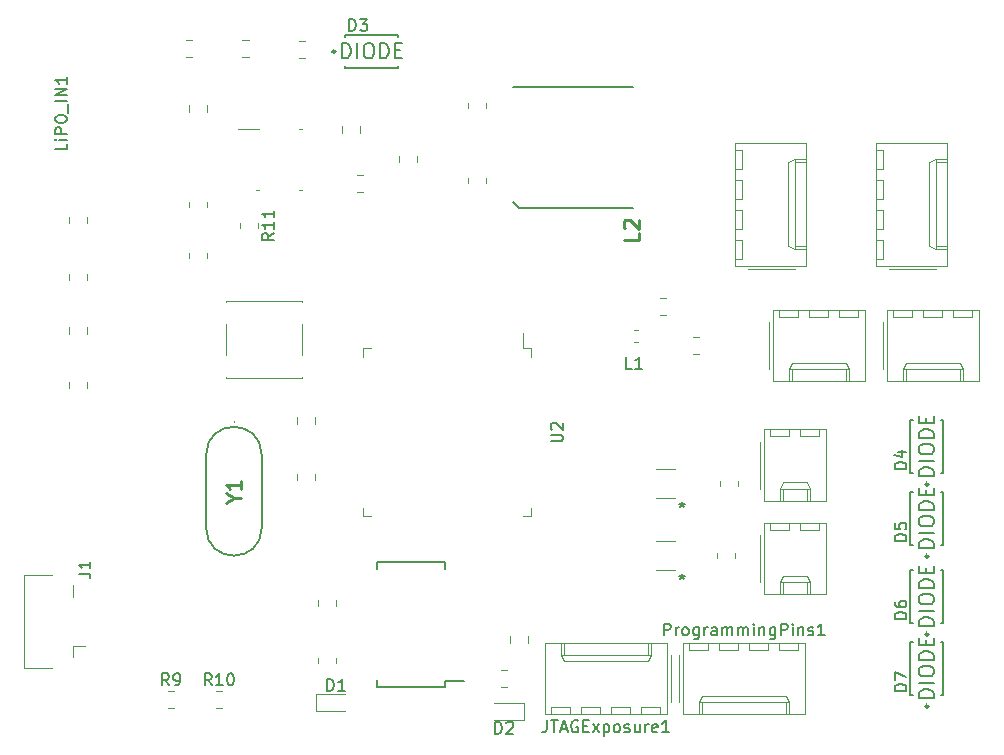
<source format=gbr>
%TF.GenerationSoftware,KiCad,Pcbnew,(6.0.7)*%
%TF.CreationDate,2022-11-16T17:50:00-06:00*%
%TF.ProjectId,ECE445PCBDesign (4),45434534-3435-4504-9342-44657369676e,rev?*%
%TF.SameCoordinates,Original*%
%TF.FileFunction,Legend,Top*%
%TF.FilePolarity,Positive*%
%FSLAX46Y46*%
G04 Gerber Fmt 4.6, Leading zero omitted, Abs format (unit mm)*
G04 Created by KiCad (PCBNEW (6.0.7)) date 2022-11-16 17:50:00*
%MOMM*%
%LPD*%
G01*
G04 APERTURE LIST*
%ADD10C,0.150000*%
%ADD11C,0.254000*%
%ADD12C,0.120000*%
%ADD13C,0.250000*%
%ADD14C,0.100000*%
%ADD15C,0.127000*%
%ADD16C,0.200000*%
G04 APERTURE END LIST*
D10*
%TO.C,L1*%
X169080066Y-109672380D02*
X168603875Y-109672380D01*
X168603875Y-108672380D01*
X169937209Y-109672380D02*
X169365780Y-109672380D01*
X169651494Y-109672380D02*
X169651494Y-108672380D01*
X169556256Y-108815238D01*
X169461018Y-108910476D01*
X169365780Y-108958095D01*
%TO.C,U2*%
X162218380Y-115823904D02*
X163027904Y-115823904D01*
X163123142Y-115776285D01*
X163170761Y-115728666D01*
X163218380Y-115633428D01*
X163218380Y-115442952D01*
X163170761Y-115347714D01*
X163123142Y-115300095D01*
X163027904Y-115252476D01*
X162218380Y-115252476D01*
X162313619Y-114823904D02*
X162266000Y-114776285D01*
X162218380Y-114681047D01*
X162218380Y-114442952D01*
X162266000Y-114347714D01*
X162313619Y-114300095D01*
X162408857Y-114252476D01*
X162504095Y-114252476D01*
X162646952Y-114300095D01*
X163218380Y-114871523D01*
X163218380Y-114252476D01*
%TO.C,D6*%
X192313380Y-130832904D02*
X191313380Y-130832904D01*
X191313380Y-130594809D01*
X191361000Y-130451952D01*
X191456238Y-130356714D01*
X191551476Y-130309095D01*
X191741952Y-130261476D01*
X191884809Y-130261476D01*
X192075285Y-130309095D01*
X192170523Y-130356714D01*
X192265761Y-130451952D01*
X192313380Y-130594809D01*
X192313380Y-130832904D01*
X191313380Y-129404333D02*
X191313380Y-129594809D01*
X191361000Y-129690047D01*
X191408619Y-129737666D01*
X191551476Y-129832904D01*
X191741952Y-129880523D01*
X192122904Y-129880523D01*
X192218142Y-129832904D01*
X192265761Y-129785285D01*
X192313380Y-129690047D01*
X192313380Y-129499571D01*
X192265761Y-129404333D01*
X192218142Y-129356714D01*
X192122904Y-129309095D01*
X191884809Y-129309095D01*
X191789571Y-129356714D01*
X191741952Y-129404333D01*
X191694333Y-129499571D01*
X191694333Y-129690047D01*
X191741952Y-129785285D01*
X191789571Y-129832904D01*
X191884809Y-129880523D01*
X194630523Y-131428261D02*
X193360523Y-131428261D01*
X193360523Y-131125880D01*
X193421000Y-130944452D01*
X193541952Y-130823500D01*
X193662904Y-130763023D01*
X193904809Y-130702547D01*
X194086238Y-130702547D01*
X194328142Y-130763023D01*
X194449095Y-130823500D01*
X194570047Y-130944452D01*
X194630523Y-131125880D01*
X194630523Y-131428261D01*
X194630523Y-130158261D02*
X193360523Y-130158261D01*
X193360523Y-129311595D02*
X193360523Y-129069690D01*
X193421000Y-128948738D01*
X193541952Y-128827785D01*
X193783857Y-128767309D01*
X194207190Y-128767309D01*
X194449095Y-128827785D01*
X194570047Y-128948738D01*
X194630523Y-129069690D01*
X194630523Y-129311595D01*
X194570047Y-129432547D01*
X194449095Y-129553500D01*
X194207190Y-129613976D01*
X193783857Y-129613976D01*
X193541952Y-129553500D01*
X193421000Y-129432547D01*
X193360523Y-129311595D01*
X194630523Y-128223023D02*
X193360523Y-128223023D01*
X193360523Y-127920642D01*
X193421000Y-127739214D01*
X193541952Y-127618261D01*
X193662904Y-127557785D01*
X193904809Y-127497309D01*
X194086238Y-127497309D01*
X194328142Y-127557785D01*
X194449095Y-127618261D01*
X194570047Y-127739214D01*
X194630523Y-127920642D01*
X194630523Y-128223023D01*
X193965285Y-126953023D02*
X193965285Y-126529690D01*
X194630523Y-126348261D02*
X194630523Y-126953023D01*
X193360523Y-126953023D01*
X193360523Y-126348261D01*
%TO.C,U3*%
X173323250Y-127076980D02*
X173323250Y-127315076D01*
X173085154Y-127219838D02*
X173323250Y-127315076D01*
X173561345Y-127219838D01*
X173180392Y-127505552D02*
X173323250Y-127315076D01*
X173466107Y-127505552D01*
X173323250Y-127076980D02*
X173323250Y-127315076D01*
X173085154Y-127219838D02*
X173323250Y-127315076D01*
X173561345Y-127219838D01*
X173180392Y-127505552D02*
X173323250Y-127315076D01*
X173466107Y-127505552D01*
%TO.C,R9*%
X129881333Y-136470380D02*
X129548000Y-135994190D01*
X129309904Y-136470380D02*
X129309904Y-135470380D01*
X129690857Y-135470380D01*
X129786095Y-135518000D01*
X129833714Y-135565619D01*
X129881333Y-135660857D01*
X129881333Y-135803714D01*
X129833714Y-135898952D01*
X129786095Y-135946571D01*
X129690857Y-135994190D01*
X129309904Y-135994190D01*
X130357523Y-136470380D02*
X130548000Y-136470380D01*
X130643238Y-136422761D01*
X130690857Y-136375142D01*
X130786095Y-136232285D01*
X130833714Y-136041809D01*
X130833714Y-135660857D01*
X130786095Y-135565619D01*
X130738476Y-135518000D01*
X130643238Y-135470380D01*
X130452761Y-135470380D01*
X130357523Y-135518000D01*
X130309904Y-135565619D01*
X130262285Y-135660857D01*
X130262285Y-135898952D01*
X130309904Y-135994190D01*
X130357523Y-136041809D01*
X130452761Y-136089428D01*
X130643238Y-136089428D01*
X130738476Y-136041809D01*
X130786095Y-135994190D01*
X130833714Y-135898952D01*
%TO.C,J1*%
X122233880Y-127007333D02*
X122948166Y-127007333D01*
X123091023Y-127054952D01*
X123186261Y-127150190D01*
X123233880Y-127293047D01*
X123233880Y-127388285D01*
X123233880Y-126007333D02*
X123233880Y-126578761D01*
X123233880Y-126293047D02*
X122233880Y-126293047D01*
X122376738Y-126388285D01*
X122471976Y-126483523D01*
X122519595Y-126578761D01*
%TO.C,D2*%
X157503904Y-140566380D02*
X157503904Y-139566380D01*
X157742000Y-139566380D01*
X157884857Y-139614000D01*
X157980095Y-139709238D01*
X158027714Y-139804476D01*
X158075333Y-139994952D01*
X158075333Y-140137809D01*
X158027714Y-140328285D01*
X157980095Y-140423523D01*
X157884857Y-140518761D01*
X157742000Y-140566380D01*
X157503904Y-140566380D01*
X158456285Y-139661619D02*
X158503904Y-139614000D01*
X158599142Y-139566380D01*
X158837238Y-139566380D01*
X158932476Y-139614000D01*
X158980095Y-139661619D01*
X159027714Y-139756857D01*
X159027714Y-139852095D01*
X158980095Y-139994952D01*
X158408666Y-140566380D01*
X159027714Y-140566380D01*
%TO.C,D5*%
X192313380Y-124228904D02*
X191313380Y-124228904D01*
X191313380Y-123990809D01*
X191361000Y-123847952D01*
X191456238Y-123752714D01*
X191551476Y-123705095D01*
X191741952Y-123657476D01*
X191884809Y-123657476D01*
X192075285Y-123705095D01*
X192170523Y-123752714D01*
X192265761Y-123847952D01*
X192313380Y-123990809D01*
X192313380Y-124228904D01*
X191313380Y-122752714D02*
X191313380Y-123228904D01*
X191789571Y-123276523D01*
X191741952Y-123228904D01*
X191694333Y-123133666D01*
X191694333Y-122895571D01*
X191741952Y-122800333D01*
X191789571Y-122752714D01*
X191884809Y-122705095D01*
X192122904Y-122705095D01*
X192218142Y-122752714D01*
X192265761Y-122800333D01*
X192313380Y-122895571D01*
X192313380Y-123133666D01*
X192265761Y-123228904D01*
X192218142Y-123276523D01*
X194630523Y-124824261D02*
X193360523Y-124824261D01*
X193360523Y-124521880D01*
X193421000Y-124340452D01*
X193541952Y-124219500D01*
X193662904Y-124159023D01*
X193904809Y-124098547D01*
X194086238Y-124098547D01*
X194328142Y-124159023D01*
X194449095Y-124219500D01*
X194570047Y-124340452D01*
X194630523Y-124521880D01*
X194630523Y-124824261D01*
X194630523Y-123554261D02*
X193360523Y-123554261D01*
X193360523Y-122707595D02*
X193360523Y-122465690D01*
X193421000Y-122344738D01*
X193541952Y-122223785D01*
X193783857Y-122163309D01*
X194207190Y-122163309D01*
X194449095Y-122223785D01*
X194570047Y-122344738D01*
X194630523Y-122465690D01*
X194630523Y-122707595D01*
X194570047Y-122828547D01*
X194449095Y-122949500D01*
X194207190Y-123009976D01*
X193783857Y-123009976D01*
X193541952Y-122949500D01*
X193421000Y-122828547D01*
X193360523Y-122707595D01*
X194630523Y-121619023D02*
X193360523Y-121619023D01*
X193360523Y-121316642D01*
X193421000Y-121135214D01*
X193541952Y-121014261D01*
X193662904Y-120953785D01*
X193904809Y-120893309D01*
X194086238Y-120893309D01*
X194328142Y-120953785D01*
X194449095Y-121014261D01*
X194570047Y-121135214D01*
X194630523Y-121316642D01*
X194630523Y-121619023D01*
X193965285Y-120349023D02*
X193965285Y-119925690D01*
X194630523Y-119744261D02*
X194630523Y-120349023D01*
X193360523Y-120349023D01*
X193360523Y-119744261D01*
%TO.C,LiPO_IN1*%
X121254380Y-90619428D02*
X121254380Y-91095619D01*
X120254380Y-91095619D01*
X121254380Y-90286095D02*
X120587714Y-90286095D01*
X120254380Y-90286095D02*
X120302000Y-90333714D01*
X120349619Y-90286095D01*
X120302000Y-90238476D01*
X120254380Y-90286095D01*
X120349619Y-90286095D01*
X121254380Y-89809904D02*
X120254380Y-89809904D01*
X120254380Y-89428952D01*
X120302000Y-89333714D01*
X120349619Y-89286095D01*
X120444857Y-89238476D01*
X120587714Y-89238476D01*
X120682952Y-89286095D01*
X120730571Y-89333714D01*
X120778190Y-89428952D01*
X120778190Y-89809904D01*
X120254380Y-88619428D02*
X120254380Y-88428952D01*
X120302000Y-88333714D01*
X120397238Y-88238476D01*
X120587714Y-88190857D01*
X120921047Y-88190857D01*
X121111523Y-88238476D01*
X121206761Y-88333714D01*
X121254380Y-88428952D01*
X121254380Y-88619428D01*
X121206761Y-88714666D01*
X121111523Y-88809904D01*
X120921047Y-88857523D01*
X120587714Y-88857523D01*
X120397238Y-88809904D01*
X120302000Y-88714666D01*
X120254380Y-88619428D01*
X121349619Y-88000380D02*
X121349619Y-87238476D01*
X121254380Y-87000380D02*
X120254380Y-87000380D01*
X121254380Y-86524190D02*
X120254380Y-86524190D01*
X121254380Y-85952761D01*
X120254380Y-85952761D01*
X121254380Y-84952761D02*
X121254380Y-85524190D01*
X121254380Y-85238476D02*
X120254380Y-85238476D01*
X120397238Y-85333714D01*
X120492476Y-85428952D01*
X120540095Y-85524190D01*
D11*
%TO.C,L2*%
X169658523Y-98143666D02*
X169658523Y-98748428D01*
X168388523Y-98748428D01*
X168509476Y-97780809D02*
X168449000Y-97720333D01*
X168388523Y-97599380D01*
X168388523Y-97297000D01*
X168449000Y-97176047D01*
X168509476Y-97115571D01*
X168630428Y-97055095D01*
X168751380Y-97055095D01*
X168932809Y-97115571D01*
X169658523Y-97841285D01*
X169658523Y-97055095D01*
D10*
%TO.C,D7*%
X192313380Y-136928904D02*
X191313380Y-136928904D01*
X191313380Y-136690809D01*
X191361000Y-136547952D01*
X191456238Y-136452714D01*
X191551476Y-136405095D01*
X191741952Y-136357476D01*
X191884809Y-136357476D01*
X192075285Y-136405095D01*
X192170523Y-136452714D01*
X192265761Y-136547952D01*
X192313380Y-136690809D01*
X192313380Y-136928904D01*
X191313380Y-136024142D02*
X191313380Y-135357476D01*
X192313380Y-135786047D01*
X194630523Y-137524261D02*
X193360523Y-137524261D01*
X193360523Y-137221880D01*
X193421000Y-137040452D01*
X193541952Y-136919500D01*
X193662904Y-136859023D01*
X193904809Y-136798547D01*
X194086238Y-136798547D01*
X194328142Y-136859023D01*
X194449095Y-136919500D01*
X194570047Y-137040452D01*
X194630523Y-137221880D01*
X194630523Y-137524261D01*
X194630523Y-136254261D02*
X193360523Y-136254261D01*
X193360523Y-135407595D02*
X193360523Y-135165690D01*
X193421000Y-135044738D01*
X193541952Y-134923785D01*
X193783857Y-134863309D01*
X194207190Y-134863309D01*
X194449095Y-134923785D01*
X194570047Y-135044738D01*
X194630523Y-135165690D01*
X194630523Y-135407595D01*
X194570047Y-135528547D01*
X194449095Y-135649500D01*
X194207190Y-135709976D01*
X193783857Y-135709976D01*
X193541952Y-135649500D01*
X193421000Y-135528547D01*
X193360523Y-135407595D01*
X194630523Y-134319023D02*
X193360523Y-134319023D01*
X193360523Y-134016642D01*
X193421000Y-133835214D01*
X193541952Y-133714261D01*
X193662904Y-133653785D01*
X193904809Y-133593309D01*
X194086238Y-133593309D01*
X194328142Y-133653785D01*
X194449095Y-133714261D01*
X194570047Y-133835214D01*
X194630523Y-134016642D01*
X194630523Y-134319023D01*
X193965285Y-133049023D02*
X193965285Y-132625690D01*
X194630523Y-132444261D02*
X194630523Y-133049023D01*
X193360523Y-133049023D01*
X193360523Y-132444261D01*
%TO.C,ProgrammingPins1*%
X171776285Y-132242380D02*
X171776285Y-131242380D01*
X172157238Y-131242380D01*
X172252476Y-131290000D01*
X172300095Y-131337619D01*
X172347714Y-131432857D01*
X172347714Y-131575714D01*
X172300095Y-131670952D01*
X172252476Y-131718571D01*
X172157238Y-131766190D01*
X171776285Y-131766190D01*
X172776285Y-132242380D02*
X172776285Y-131575714D01*
X172776285Y-131766190D02*
X172823904Y-131670952D01*
X172871523Y-131623333D01*
X172966761Y-131575714D01*
X173062000Y-131575714D01*
X173538190Y-132242380D02*
X173442952Y-132194761D01*
X173395333Y-132147142D01*
X173347714Y-132051904D01*
X173347714Y-131766190D01*
X173395333Y-131670952D01*
X173442952Y-131623333D01*
X173538190Y-131575714D01*
X173681047Y-131575714D01*
X173776285Y-131623333D01*
X173823904Y-131670952D01*
X173871523Y-131766190D01*
X173871523Y-132051904D01*
X173823904Y-132147142D01*
X173776285Y-132194761D01*
X173681047Y-132242380D01*
X173538190Y-132242380D01*
X174728666Y-131575714D02*
X174728666Y-132385238D01*
X174681047Y-132480476D01*
X174633428Y-132528095D01*
X174538190Y-132575714D01*
X174395333Y-132575714D01*
X174300095Y-132528095D01*
X174728666Y-132194761D02*
X174633428Y-132242380D01*
X174442952Y-132242380D01*
X174347714Y-132194761D01*
X174300095Y-132147142D01*
X174252476Y-132051904D01*
X174252476Y-131766190D01*
X174300095Y-131670952D01*
X174347714Y-131623333D01*
X174442952Y-131575714D01*
X174633428Y-131575714D01*
X174728666Y-131623333D01*
X175204857Y-132242380D02*
X175204857Y-131575714D01*
X175204857Y-131766190D02*
X175252476Y-131670952D01*
X175300095Y-131623333D01*
X175395333Y-131575714D01*
X175490571Y-131575714D01*
X176252476Y-132242380D02*
X176252476Y-131718571D01*
X176204857Y-131623333D01*
X176109619Y-131575714D01*
X175919142Y-131575714D01*
X175823904Y-131623333D01*
X176252476Y-132194761D02*
X176157238Y-132242380D01*
X175919142Y-132242380D01*
X175823904Y-132194761D01*
X175776285Y-132099523D01*
X175776285Y-132004285D01*
X175823904Y-131909047D01*
X175919142Y-131861428D01*
X176157238Y-131861428D01*
X176252476Y-131813809D01*
X176728666Y-132242380D02*
X176728666Y-131575714D01*
X176728666Y-131670952D02*
X176776285Y-131623333D01*
X176871523Y-131575714D01*
X177014380Y-131575714D01*
X177109619Y-131623333D01*
X177157238Y-131718571D01*
X177157238Y-132242380D01*
X177157238Y-131718571D02*
X177204857Y-131623333D01*
X177300095Y-131575714D01*
X177442952Y-131575714D01*
X177538190Y-131623333D01*
X177585809Y-131718571D01*
X177585809Y-132242380D01*
X178062000Y-132242380D02*
X178062000Y-131575714D01*
X178062000Y-131670952D02*
X178109619Y-131623333D01*
X178204857Y-131575714D01*
X178347714Y-131575714D01*
X178442952Y-131623333D01*
X178490571Y-131718571D01*
X178490571Y-132242380D01*
X178490571Y-131718571D02*
X178538190Y-131623333D01*
X178633428Y-131575714D01*
X178776285Y-131575714D01*
X178871523Y-131623333D01*
X178919142Y-131718571D01*
X178919142Y-132242380D01*
X179395333Y-132242380D02*
X179395333Y-131575714D01*
X179395333Y-131242380D02*
X179347714Y-131290000D01*
X179395333Y-131337619D01*
X179442952Y-131290000D01*
X179395333Y-131242380D01*
X179395333Y-131337619D01*
X179871523Y-131575714D02*
X179871523Y-132242380D01*
X179871523Y-131670952D02*
X179919142Y-131623333D01*
X180014380Y-131575714D01*
X180157238Y-131575714D01*
X180252476Y-131623333D01*
X180300095Y-131718571D01*
X180300095Y-132242380D01*
X181204857Y-131575714D02*
X181204857Y-132385238D01*
X181157238Y-132480476D01*
X181109619Y-132528095D01*
X181014380Y-132575714D01*
X180871523Y-132575714D01*
X180776285Y-132528095D01*
X181204857Y-132194761D02*
X181109619Y-132242380D01*
X180919142Y-132242380D01*
X180823904Y-132194761D01*
X180776285Y-132147142D01*
X180728666Y-132051904D01*
X180728666Y-131766190D01*
X180776285Y-131670952D01*
X180823904Y-131623333D01*
X180919142Y-131575714D01*
X181109619Y-131575714D01*
X181204857Y-131623333D01*
X181681047Y-132242380D02*
X181681047Y-131242380D01*
X182062000Y-131242380D01*
X182157238Y-131290000D01*
X182204857Y-131337619D01*
X182252476Y-131432857D01*
X182252476Y-131575714D01*
X182204857Y-131670952D01*
X182157238Y-131718571D01*
X182062000Y-131766190D01*
X181681047Y-131766190D01*
X182681047Y-132242380D02*
X182681047Y-131575714D01*
X182681047Y-131242380D02*
X182633428Y-131290000D01*
X182681047Y-131337619D01*
X182728666Y-131290000D01*
X182681047Y-131242380D01*
X182681047Y-131337619D01*
X183157238Y-131575714D02*
X183157238Y-132242380D01*
X183157238Y-131670952D02*
X183204857Y-131623333D01*
X183300095Y-131575714D01*
X183442952Y-131575714D01*
X183538190Y-131623333D01*
X183585809Y-131718571D01*
X183585809Y-132242380D01*
X184014380Y-132194761D02*
X184109619Y-132242380D01*
X184300095Y-132242380D01*
X184395333Y-132194761D01*
X184442952Y-132099523D01*
X184442952Y-132051904D01*
X184395333Y-131956666D01*
X184300095Y-131909047D01*
X184157238Y-131909047D01*
X184062000Y-131861428D01*
X184014380Y-131766190D01*
X184014380Y-131718571D01*
X184062000Y-131623333D01*
X184157238Y-131575714D01*
X184300095Y-131575714D01*
X184395333Y-131623333D01*
X185395333Y-132242380D02*
X184823904Y-132242380D01*
X185109619Y-132242380D02*
X185109619Y-131242380D01*
X185014380Y-131385238D01*
X184919142Y-131480476D01*
X184823904Y-131528095D01*
%TO.C,D4*%
X192313380Y-118132904D02*
X191313380Y-118132904D01*
X191313380Y-117894809D01*
X191361000Y-117751952D01*
X191456238Y-117656714D01*
X191551476Y-117609095D01*
X191741952Y-117561476D01*
X191884809Y-117561476D01*
X192075285Y-117609095D01*
X192170523Y-117656714D01*
X192265761Y-117751952D01*
X192313380Y-117894809D01*
X192313380Y-118132904D01*
X191646714Y-116704333D02*
X192313380Y-116704333D01*
X191265761Y-116942428D02*
X191980047Y-117180523D01*
X191980047Y-116561476D01*
X194630523Y-118728261D02*
X193360523Y-118728261D01*
X193360523Y-118425880D01*
X193421000Y-118244452D01*
X193541952Y-118123500D01*
X193662904Y-118063023D01*
X193904809Y-118002547D01*
X194086238Y-118002547D01*
X194328142Y-118063023D01*
X194449095Y-118123500D01*
X194570047Y-118244452D01*
X194630523Y-118425880D01*
X194630523Y-118728261D01*
X194630523Y-117458261D02*
X193360523Y-117458261D01*
X193360523Y-116611595D02*
X193360523Y-116369690D01*
X193421000Y-116248738D01*
X193541952Y-116127785D01*
X193783857Y-116067309D01*
X194207190Y-116067309D01*
X194449095Y-116127785D01*
X194570047Y-116248738D01*
X194630523Y-116369690D01*
X194630523Y-116611595D01*
X194570047Y-116732547D01*
X194449095Y-116853500D01*
X194207190Y-116913976D01*
X193783857Y-116913976D01*
X193541952Y-116853500D01*
X193421000Y-116732547D01*
X193360523Y-116611595D01*
X194630523Y-115523023D02*
X193360523Y-115523023D01*
X193360523Y-115220642D01*
X193421000Y-115039214D01*
X193541952Y-114918261D01*
X193662904Y-114857785D01*
X193904809Y-114797309D01*
X194086238Y-114797309D01*
X194328142Y-114857785D01*
X194449095Y-114918261D01*
X194570047Y-115039214D01*
X194630523Y-115220642D01*
X194630523Y-115523023D01*
X193965285Y-114253023D02*
X193965285Y-113829690D01*
X194630523Y-113648261D02*
X194630523Y-114253023D01*
X193360523Y-114253023D01*
X193360523Y-113648261D01*
%TO.C,D1*%
X143279904Y-136944380D02*
X143279904Y-135944380D01*
X143518000Y-135944380D01*
X143660857Y-135992000D01*
X143756095Y-136087238D01*
X143803714Y-136182476D01*
X143851333Y-136372952D01*
X143851333Y-136515809D01*
X143803714Y-136706285D01*
X143756095Y-136801523D01*
X143660857Y-136896761D01*
X143518000Y-136944380D01*
X143279904Y-136944380D01*
X144803714Y-136944380D02*
X144232285Y-136944380D01*
X144518000Y-136944380D02*
X144518000Y-135944380D01*
X144422761Y-136087238D01*
X144327523Y-136182476D01*
X144232285Y-136230095D01*
%TO.C,JTAGExposure1*%
X161878000Y-139442380D02*
X161878000Y-140156666D01*
X161830380Y-140299523D01*
X161735142Y-140394761D01*
X161592285Y-140442380D01*
X161497047Y-140442380D01*
X162211333Y-139442380D02*
X162782761Y-139442380D01*
X162497047Y-140442380D02*
X162497047Y-139442380D01*
X163068476Y-140156666D02*
X163544666Y-140156666D01*
X162973238Y-140442380D02*
X163306571Y-139442380D01*
X163639904Y-140442380D01*
X164497047Y-139490000D02*
X164401809Y-139442380D01*
X164258952Y-139442380D01*
X164116095Y-139490000D01*
X164020857Y-139585238D01*
X163973238Y-139680476D01*
X163925619Y-139870952D01*
X163925619Y-140013809D01*
X163973238Y-140204285D01*
X164020857Y-140299523D01*
X164116095Y-140394761D01*
X164258952Y-140442380D01*
X164354190Y-140442380D01*
X164497047Y-140394761D01*
X164544666Y-140347142D01*
X164544666Y-140013809D01*
X164354190Y-140013809D01*
X164973238Y-139918571D02*
X165306571Y-139918571D01*
X165449428Y-140442380D02*
X164973238Y-140442380D01*
X164973238Y-139442380D01*
X165449428Y-139442380D01*
X165782761Y-140442380D02*
X166306571Y-139775714D01*
X165782761Y-139775714D02*
X166306571Y-140442380D01*
X166687523Y-139775714D02*
X166687523Y-140775714D01*
X166687523Y-139823333D02*
X166782761Y-139775714D01*
X166973238Y-139775714D01*
X167068476Y-139823333D01*
X167116095Y-139870952D01*
X167163714Y-139966190D01*
X167163714Y-140251904D01*
X167116095Y-140347142D01*
X167068476Y-140394761D01*
X166973238Y-140442380D01*
X166782761Y-140442380D01*
X166687523Y-140394761D01*
X167735142Y-140442380D02*
X167639904Y-140394761D01*
X167592285Y-140347142D01*
X167544666Y-140251904D01*
X167544666Y-139966190D01*
X167592285Y-139870952D01*
X167639904Y-139823333D01*
X167735142Y-139775714D01*
X167878000Y-139775714D01*
X167973238Y-139823333D01*
X168020857Y-139870952D01*
X168068476Y-139966190D01*
X168068476Y-140251904D01*
X168020857Y-140347142D01*
X167973238Y-140394761D01*
X167878000Y-140442380D01*
X167735142Y-140442380D01*
X168449428Y-140394761D02*
X168544666Y-140442380D01*
X168735142Y-140442380D01*
X168830380Y-140394761D01*
X168878000Y-140299523D01*
X168878000Y-140251904D01*
X168830380Y-140156666D01*
X168735142Y-140109047D01*
X168592285Y-140109047D01*
X168497047Y-140061428D01*
X168449428Y-139966190D01*
X168449428Y-139918571D01*
X168497047Y-139823333D01*
X168592285Y-139775714D01*
X168735142Y-139775714D01*
X168830380Y-139823333D01*
X169735142Y-139775714D02*
X169735142Y-140442380D01*
X169306571Y-139775714D02*
X169306571Y-140299523D01*
X169354190Y-140394761D01*
X169449428Y-140442380D01*
X169592285Y-140442380D01*
X169687523Y-140394761D01*
X169735142Y-140347142D01*
X170211333Y-140442380D02*
X170211333Y-139775714D01*
X170211333Y-139966190D02*
X170258952Y-139870952D01*
X170306571Y-139823333D01*
X170401809Y-139775714D01*
X170497047Y-139775714D01*
X171211333Y-140394761D02*
X171116095Y-140442380D01*
X170925619Y-140442380D01*
X170830380Y-140394761D01*
X170782761Y-140299523D01*
X170782761Y-139918571D01*
X170830380Y-139823333D01*
X170925619Y-139775714D01*
X171116095Y-139775714D01*
X171211333Y-139823333D01*
X171258952Y-139918571D01*
X171258952Y-140013809D01*
X170782761Y-140109047D01*
X172211333Y-140442380D02*
X171639904Y-140442380D01*
X171925619Y-140442380D02*
X171925619Y-139442380D01*
X171830380Y-139585238D01*
X171735142Y-139680476D01*
X171639904Y-139728095D01*
%TO.C,R10*%
X133485142Y-136470380D02*
X133151809Y-135994190D01*
X132913714Y-136470380D02*
X132913714Y-135470380D01*
X133294666Y-135470380D01*
X133389904Y-135518000D01*
X133437523Y-135565619D01*
X133485142Y-135660857D01*
X133485142Y-135803714D01*
X133437523Y-135898952D01*
X133389904Y-135946571D01*
X133294666Y-135994190D01*
X132913714Y-135994190D01*
X134437523Y-136470380D02*
X133866095Y-136470380D01*
X134151809Y-136470380D02*
X134151809Y-135470380D01*
X134056571Y-135613238D01*
X133961333Y-135708476D01*
X133866095Y-135756095D01*
X135056571Y-135470380D02*
X135151809Y-135470380D01*
X135247047Y-135518000D01*
X135294666Y-135565619D01*
X135342285Y-135660857D01*
X135389904Y-135851333D01*
X135389904Y-136089428D01*
X135342285Y-136279904D01*
X135294666Y-136375142D01*
X135247047Y-136422761D01*
X135151809Y-136470380D01*
X135056571Y-136470380D01*
X134961333Y-136422761D01*
X134913714Y-136375142D01*
X134866095Y-136279904D01*
X134818476Y-136089428D01*
X134818476Y-135851333D01*
X134866095Y-135660857D01*
X134913714Y-135565619D01*
X134961333Y-135518000D01*
X135056571Y-135470380D01*
%TO.C,R11*%
X138754380Y-98178857D02*
X138278190Y-98512190D01*
X138754380Y-98750285D02*
X137754380Y-98750285D01*
X137754380Y-98369333D01*
X137802000Y-98274095D01*
X137849619Y-98226476D01*
X137944857Y-98178857D01*
X138087714Y-98178857D01*
X138182952Y-98226476D01*
X138230571Y-98274095D01*
X138278190Y-98369333D01*
X138278190Y-98750285D01*
X138754380Y-97226476D02*
X138754380Y-97797904D01*
X138754380Y-97512190D02*
X137754380Y-97512190D01*
X137897238Y-97607428D01*
X137992476Y-97702666D01*
X138040095Y-97797904D01*
X138754380Y-96274095D02*
X138754380Y-96845523D01*
X138754380Y-96559809D02*
X137754380Y-96559809D01*
X137897238Y-96655047D01*
X137992476Y-96750285D01*
X138040095Y-96845523D01*
D11*
%TO.C,Y1*%
X135351761Y-120646761D02*
X135956523Y-120646761D01*
X134686523Y-121070095D02*
X135351761Y-120646761D01*
X134686523Y-120223428D01*
X135956523Y-119134857D02*
X135956523Y-119860571D01*
X135956523Y-119497714D02*
X134686523Y-119497714D01*
X134867952Y-119618666D01*
X134988904Y-119739619D01*
X135049380Y-119860571D01*
D10*
%TO.C,U4*%
X173323250Y-120980980D02*
X173323250Y-121219076D01*
X173085154Y-121123838D02*
X173323250Y-121219076D01*
X173561345Y-121123838D01*
X173180392Y-121409552D02*
X173323250Y-121219076D01*
X173466107Y-121409552D01*
X173323250Y-120980980D02*
X173323250Y-121219076D01*
X173085154Y-121123838D02*
X173323250Y-121219076D01*
X173561345Y-121123838D01*
X173180392Y-121409552D02*
X173323250Y-121219076D01*
X173466107Y-121409552D01*
%TO.C,D3*%
X145151595Y-81061380D02*
X145151595Y-80061380D01*
X145389690Y-80061380D01*
X145532547Y-80109000D01*
X145627785Y-80204238D01*
X145675404Y-80299476D01*
X145723023Y-80489952D01*
X145723023Y-80632809D01*
X145675404Y-80823285D01*
X145627785Y-80918523D01*
X145532547Y-81013761D01*
X145389690Y-81061380D01*
X145151595Y-81061380D01*
X146056357Y-80061380D02*
X146675404Y-80061380D01*
X146342071Y-80442333D01*
X146484928Y-80442333D01*
X146580166Y-80489952D01*
X146627785Y-80537571D01*
X146675404Y-80632809D01*
X146675404Y-80870904D01*
X146627785Y-80966142D01*
X146580166Y-81013761D01*
X146484928Y-81061380D01*
X146199214Y-81061380D01*
X146103976Y-81013761D01*
X146056357Y-80966142D01*
X144556238Y-83378523D02*
X144556238Y-82108523D01*
X144858619Y-82108523D01*
X145040047Y-82169000D01*
X145161000Y-82289952D01*
X145221476Y-82410904D01*
X145281952Y-82652809D01*
X145281952Y-82834238D01*
X145221476Y-83076142D01*
X145161000Y-83197095D01*
X145040047Y-83318047D01*
X144858619Y-83378523D01*
X144556238Y-83378523D01*
X145826238Y-83378523D02*
X145826238Y-82108523D01*
X146672904Y-82108523D02*
X146914809Y-82108523D01*
X147035761Y-82169000D01*
X147156714Y-82289952D01*
X147217190Y-82531857D01*
X147217190Y-82955190D01*
X147156714Y-83197095D01*
X147035761Y-83318047D01*
X146914809Y-83378523D01*
X146672904Y-83378523D01*
X146551952Y-83318047D01*
X146431000Y-83197095D01*
X146370523Y-82955190D01*
X146370523Y-82531857D01*
X146431000Y-82289952D01*
X146551952Y-82169000D01*
X146672904Y-82108523D01*
X147761476Y-83378523D02*
X147761476Y-82108523D01*
X148063857Y-82108523D01*
X148245285Y-82169000D01*
X148366238Y-82289952D01*
X148426714Y-82410904D01*
X148487190Y-82652809D01*
X148487190Y-82834238D01*
X148426714Y-83076142D01*
X148366238Y-83197095D01*
X148245285Y-83318047D01*
X148063857Y-83378523D01*
X147761476Y-83378523D01*
X149031476Y-82713285D02*
X149454809Y-82713285D01*
X149636238Y-83378523D02*
X149031476Y-83378523D01*
X149031476Y-82108523D01*
X149636238Y-82108523D01*
D12*
%TO.C,L1*%
X169246733Y-107444000D02*
X169589267Y-107444000D01*
X169246733Y-106424000D02*
X169589267Y-106424000D01*
%TO.C,C5*%
X171442748Y-105129000D02*
X171965252Y-105129000D01*
X171442748Y-103659000D02*
X171965252Y-103659000D01*
%TO.C,R2*%
X143991000Y-134138936D02*
X143991000Y-134593064D01*
X142521000Y-134138936D02*
X142521000Y-134593064D01*
%TO.C,U2*%
X160526000Y-108652000D02*
X160526000Y-107952000D01*
X146306000Y-121472000D02*
X146306000Y-122172000D01*
X159826000Y-107952000D02*
X159826000Y-106662000D01*
X160526000Y-121472000D02*
X160526000Y-122172000D01*
X146306000Y-122172000D02*
X147006000Y-122172000D01*
X160526000Y-107952000D02*
X159826000Y-107952000D01*
X146306000Y-107952000D02*
X147006000Y-107952000D01*
X146306000Y-108652000D02*
X146306000Y-107952000D01*
X160526000Y-122172000D02*
X159826000Y-122172000D01*
%TO.C,M1*%
X192274000Y-110706000D02*
X192274000Y-109706000D01*
X196854000Y-110706000D02*
X196854000Y-109706000D01*
X193764000Y-105286000D02*
X195364000Y-105286000D01*
X191224000Y-104686000D02*
X191224000Y-105286000D01*
X192024000Y-109706000D02*
X197104000Y-109706000D01*
X192024000Y-109706000D02*
X192274000Y-109176000D01*
X198484000Y-104686000D02*
X190644000Y-104686000D01*
X195364000Y-105286000D02*
X195364000Y-104686000D01*
X191224000Y-105286000D02*
X192824000Y-105286000D01*
X190644000Y-110706000D02*
X198484000Y-110706000D01*
X192824000Y-105286000D02*
X192824000Y-104686000D01*
X196304000Y-105286000D02*
X197904000Y-105286000D01*
X190354000Y-105716000D02*
X190354000Y-109716000D01*
X190644000Y-104686000D02*
X190644000Y-110706000D01*
X196854000Y-109176000D02*
X197104000Y-109706000D01*
X198484000Y-110706000D02*
X198484000Y-104686000D01*
X197104000Y-109706000D02*
X197104000Y-110706000D01*
X196304000Y-104686000D02*
X196304000Y-105286000D01*
X192274000Y-109176000D02*
X196854000Y-109176000D01*
X193764000Y-104686000D02*
X193764000Y-105286000D01*
X197904000Y-105286000D02*
X197904000Y-104686000D01*
X192024000Y-110706000D02*
X192024000Y-109706000D01*
%TO.C,Servo2TestConnection1*%
X184950000Y-115406000D02*
X184950000Y-114806000D01*
X181610000Y-119826000D02*
X181860000Y-119296000D01*
X185530000Y-114806000D02*
X180230000Y-114806000D01*
X181610000Y-119826000D02*
X184150000Y-119826000D01*
X183350000Y-115406000D02*
X184950000Y-115406000D01*
X183350000Y-114806000D02*
X183350000Y-115406000D01*
X183900000Y-120826000D02*
X183900000Y-119826000D01*
X180230000Y-120826000D02*
X185530000Y-120826000D01*
X184150000Y-119826000D02*
X184150000Y-120826000D01*
X182410000Y-115406000D02*
X182410000Y-114806000D01*
X180810000Y-115406000D02*
X182410000Y-115406000D01*
X181860000Y-119296000D02*
X183900000Y-119296000D01*
X180810000Y-114806000D02*
X180810000Y-115406000D01*
X185530000Y-120826000D02*
X185530000Y-114806000D01*
X179940000Y-115836000D02*
X179940000Y-119836000D01*
X183900000Y-119296000D02*
X184150000Y-119826000D01*
X180230000Y-114806000D02*
X180230000Y-120826000D01*
X181860000Y-120826000D02*
X181860000Y-119826000D01*
X181610000Y-120826000D02*
X181610000Y-119826000D01*
%TO.C,R4*%
X131599000Y-95530936D02*
X131599000Y-95985064D01*
X133069000Y-95530936D02*
X133069000Y-95985064D01*
D10*
%TO.C,D6*%
X192661000Y-131168500D02*
X192661000Y-126668500D01*
X195451000Y-131168500D02*
X195451000Y-126668500D01*
X195451000Y-131168500D02*
X195271000Y-131168500D01*
X192841000Y-126668500D02*
X192661000Y-126668500D01*
X192841000Y-131168500D02*
X192661000Y-131168500D01*
X195451000Y-126668500D02*
X195271000Y-126668500D01*
D13*
X194181000Y-132143500D02*
G75*
G03*
X194181000Y-132143500I-125000J0D01*
G01*
D12*
%TO.C,Shunt2*%
X176557000Y-119607064D02*
X176557000Y-119152936D01*
X178027000Y-119607064D02*
X178027000Y-119152936D01*
%TO.C,R6*%
X145822936Y-94715000D02*
X146277064Y-94715000D01*
X145822936Y-93245000D02*
X146277064Y-93245000D01*
%TO.C,U3*%
X171157900Y-126707900D02*
X172758100Y-126707900D01*
X172758100Y-124244100D02*
X171157900Y-124244100D01*
%TO.C,R9*%
X129820936Y-136933000D02*
X130275064Y-136933000D01*
X129820936Y-138403000D02*
X130275064Y-138403000D01*
%TO.C,C9*%
X122909000Y-110758248D02*
X122909000Y-111280752D01*
X121439000Y-110758248D02*
X121439000Y-111280752D01*
D14*
%TO.C,J1*%
X117651500Y-135014000D02*
X119951500Y-135014000D01*
X119951500Y-127114000D02*
X117651500Y-127114000D01*
X117651500Y-127114000D02*
X117651500Y-135014000D01*
X121740039Y-128999524D02*
X121740039Y-127999524D01*
X121751500Y-133114000D02*
X121751500Y-134114000D01*
X122801500Y-133114000D02*
X121751500Y-133114000D01*
D12*
%TO.C,C4*%
X142213000Y-113784748D02*
X142213000Y-114307252D01*
X140743000Y-113784748D02*
X140743000Y-114307252D01*
%TO.C,D2*%
X157442000Y-139419000D02*
X159902000Y-139419000D01*
X159902000Y-139419000D02*
X159902000Y-137949000D01*
X159902000Y-137949000D02*
X157442000Y-137949000D01*
D10*
%TO.C,D5*%
X195451000Y-120064500D02*
X195271000Y-120064500D01*
X195451000Y-124564500D02*
X195271000Y-124564500D01*
X192841000Y-124564500D02*
X192661000Y-124564500D01*
X195451000Y-124564500D02*
X195451000Y-120064500D01*
X192661000Y-124564500D02*
X192661000Y-120064500D01*
X192841000Y-120064500D02*
X192661000Y-120064500D01*
D13*
X194181000Y-125539500D02*
G75*
G03*
X194181000Y-125539500I-125000J0D01*
G01*
D12*
%TO.C,C2*%
X158777000Y-132849252D02*
X158777000Y-132326748D01*
X160247000Y-132849252D02*
X160247000Y-132326748D01*
%TO.C,C1*%
X143991000Y-129779752D02*
X143991000Y-129257248D01*
X142521000Y-129779752D02*
X142521000Y-129257248D01*
%TO.C,C3*%
X140743000Y-118594748D02*
X140743000Y-119117252D01*
X142213000Y-118594748D02*
X142213000Y-119117252D01*
%TO.C,M2*%
X184112000Y-105286000D02*
X185712000Y-105286000D01*
X188832000Y-110706000D02*
X188832000Y-104686000D01*
X187202000Y-109176000D02*
X187452000Y-109706000D01*
X187202000Y-110706000D02*
X187202000Y-109706000D01*
X182372000Y-109706000D02*
X187452000Y-109706000D01*
X184112000Y-104686000D02*
X184112000Y-105286000D01*
X181572000Y-104686000D02*
X181572000Y-105286000D01*
X180992000Y-104686000D02*
X180992000Y-110706000D01*
X185712000Y-105286000D02*
X185712000Y-104686000D01*
X188252000Y-105286000D02*
X188252000Y-104686000D01*
X183172000Y-105286000D02*
X183172000Y-104686000D01*
X187452000Y-109706000D02*
X187452000Y-110706000D01*
X188832000Y-104686000D02*
X180992000Y-104686000D01*
X180702000Y-105716000D02*
X180702000Y-109716000D01*
X181572000Y-105286000D02*
X183172000Y-105286000D01*
X186652000Y-105286000D02*
X188252000Y-105286000D01*
X182622000Y-110706000D02*
X182622000Y-109706000D01*
X186652000Y-104686000D02*
X186652000Y-105286000D01*
X182372000Y-109706000D02*
X182622000Y-109176000D01*
X182372000Y-110706000D02*
X182372000Y-109706000D01*
X180992000Y-110706000D02*
X188832000Y-110706000D01*
X182622000Y-109176000D02*
X187202000Y-109176000D01*
D15*
%TO.C,L2*%
X159484000Y-96032000D02*
X158984000Y-95532000D01*
X159484000Y-96032000D02*
X169184000Y-96032000D01*
X158984000Y-85832000D02*
X169184000Y-85832000D01*
D10*
%TO.C,U1*%
X153243000Y-125993000D02*
X147493000Y-125993000D01*
X153243000Y-125993000D02*
X153243000Y-126643000D01*
X147493000Y-136643000D02*
X147493000Y-135993000D01*
X147493000Y-125993000D02*
X147493000Y-126643000D01*
X153243000Y-136643000D02*
X147493000Y-136643000D01*
X153243000Y-136068000D02*
X154843000Y-136068000D01*
X153243000Y-136643000D02*
X153243000Y-136068000D01*
D12*
%TO.C,ODriveConnector2*%
X178438000Y-92748000D02*
X178438000Y-91148000D01*
X177838000Y-100368000D02*
X178438000Y-100368000D01*
X178438000Y-95288000D02*
X178438000Y-93688000D01*
X183858000Y-99568000D02*
X182858000Y-99568000D01*
X178438000Y-93688000D02*
X177838000Y-93688000D01*
X182328000Y-92198000D02*
X182858000Y-91948000D01*
X183858000Y-100948000D02*
X183858000Y-90568000D01*
X182858000Y-91948000D02*
X183858000Y-91948000D01*
X182858000Y-99568000D02*
X182328000Y-99318000D01*
X177838000Y-90568000D02*
X177838000Y-100948000D01*
X183858000Y-90568000D02*
X177838000Y-90568000D01*
X178868000Y-101238000D02*
X182868000Y-101238000D01*
X177838000Y-92748000D02*
X178438000Y-92748000D01*
X177838000Y-100948000D02*
X183858000Y-100948000D01*
X183858000Y-92198000D02*
X182858000Y-92198000D01*
X177838000Y-97828000D02*
X178438000Y-97828000D01*
X182328000Y-99318000D02*
X182328000Y-92198000D01*
X178438000Y-97828000D02*
X178438000Y-96228000D01*
X183858000Y-99318000D02*
X182858000Y-99318000D01*
X178438000Y-96228000D02*
X177838000Y-96228000D01*
X182858000Y-99568000D02*
X182858000Y-91948000D01*
X178438000Y-91148000D02*
X177838000Y-91148000D01*
X177838000Y-95288000D02*
X178438000Y-95288000D01*
X178438000Y-98768000D02*
X177838000Y-98768000D01*
X178438000Y-100368000D02*
X178438000Y-98768000D01*
%TO.C,U5*%
X137481416Y-89388000D02*
X135742000Y-89388000D01*
X140902584Y-94508000D02*
X141142000Y-94508000D01*
X140902584Y-89388000D02*
X141142000Y-89388000D01*
X137481416Y-94508000D02*
X137242000Y-94508000D01*
%TO.C,C10*%
X150849000Y-92187752D02*
X150849000Y-91665248D01*
X149379000Y-92187752D02*
X149379000Y-91665248D01*
%TO.C,C14*%
X136099248Y-81815000D02*
X136621752Y-81815000D01*
X136099248Y-83285000D02*
X136621752Y-83285000D01*
%TO.C,Shunt1*%
X177773000Y-125703064D02*
X177773000Y-125248936D01*
X176303000Y-125703064D02*
X176303000Y-125248936D01*
%TO.C,C12*%
X131599000Y-87368748D02*
X131599000Y-87891252D01*
X133069000Y-87368748D02*
X133069000Y-87891252D01*
%TO.C,SW1*%
X141152000Y-110418000D02*
X141152000Y-110388000D01*
X134692000Y-110418000D02*
X134692000Y-110388000D01*
X134692000Y-103958000D02*
X141152000Y-103958000D01*
X141152000Y-103958000D02*
X141152000Y-103988000D01*
X134692000Y-103988000D02*
X134692000Y-103958000D01*
X141152000Y-105888000D02*
X141152000Y-108488000D01*
X134692000Y-105888000D02*
X134692000Y-108488000D01*
X134692000Y-110418000D02*
X141152000Y-110418000D01*
%TO.C,Servo1TestConnection1*%
X181860000Y-127190000D02*
X183900000Y-127190000D01*
X181610000Y-127720000D02*
X184150000Y-127720000D01*
X181610000Y-127720000D02*
X181860000Y-127190000D01*
X179940000Y-123730000D02*
X179940000Y-127730000D01*
X183350000Y-122700000D02*
X183350000Y-123300000D01*
X180810000Y-123300000D02*
X182410000Y-123300000D01*
X182410000Y-123300000D02*
X182410000Y-122700000D01*
X185530000Y-122700000D02*
X180230000Y-122700000D01*
X183350000Y-123300000D02*
X184950000Y-123300000D01*
X181860000Y-128720000D02*
X181860000Y-127720000D01*
X183900000Y-128720000D02*
X183900000Y-127720000D01*
X184150000Y-127720000D02*
X184150000Y-128720000D01*
X180230000Y-128720000D02*
X185530000Y-128720000D01*
X180810000Y-122700000D02*
X180810000Y-123300000D01*
X181610000Y-128720000D02*
X181610000Y-127720000D01*
X183900000Y-127190000D02*
X184150000Y-127720000D01*
X184950000Y-123300000D02*
X184950000Y-122700000D01*
X185530000Y-128720000D02*
X185530000Y-122700000D01*
X180230000Y-122700000D02*
X180230000Y-128720000D01*
%TO.C,ODriveConnector1*%
X195796000Y-92198000D02*
X194796000Y-92198000D01*
X194796000Y-91948000D02*
X195796000Y-91948000D01*
X194796000Y-99568000D02*
X194266000Y-99318000D01*
X195796000Y-99318000D02*
X194796000Y-99318000D01*
X190376000Y-91148000D02*
X189776000Y-91148000D01*
X189776000Y-95288000D02*
X190376000Y-95288000D01*
X190806000Y-101238000D02*
X194806000Y-101238000D01*
X189776000Y-90568000D02*
X189776000Y-100948000D01*
X194796000Y-99568000D02*
X194796000Y-91948000D01*
X195796000Y-99568000D02*
X194796000Y-99568000D01*
X190376000Y-92748000D02*
X190376000Y-91148000D01*
X190376000Y-97828000D02*
X190376000Y-96228000D01*
X195796000Y-90568000D02*
X189776000Y-90568000D01*
X190376000Y-95288000D02*
X190376000Y-93688000D01*
X190376000Y-100368000D02*
X190376000Y-98768000D01*
X189776000Y-97828000D02*
X190376000Y-97828000D01*
X190376000Y-93688000D02*
X189776000Y-93688000D01*
X189776000Y-100948000D02*
X195796000Y-100948000D01*
X189776000Y-100368000D02*
X190376000Y-100368000D01*
X194266000Y-99318000D02*
X194266000Y-92198000D01*
X195796000Y-100948000D02*
X195796000Y-90568000D01*
X194266000Y-92198000D02*
X194796000Y-91948000D01*
X190376000Y-98768000D02*
X189776000Y-98768000D01*
X190376000Y-96228000D02*
X189776000Y-96228000D01*
X189776000Y-92748000D02*
X190376000Y-92748000D01*
D10*
%TO.C,D7*%
X195451000Y-137264500D02*
X195271000Y-137264500D01*
X192841000Y-137264500D02*
X192661000Y-137264500D01*
X192661000Y-137264500D02*
X192661000Y-132764500D01*
X195451000Y-132764500D02*
X195271000Y-132764500D01*
X192841000Y-132764500D02*
X192661000Y-132764500D01*
X195451000Y-137264500D02*
X195451000Y-132764500D01*
D13*
X194181000Y-138239500D02*
G75*
G03*
X194181000Y-138239500I-125000J0D01*
G01*
D12*
%TO.C,ProgrammingPins1*%
X174752000Y-137900000D02*
X175002000Y-137370000D01*
X181572000Y-132880000D02*
X181572000Y-133480000D01*
X175002000Y-137370000D02*
X182122000Y-137370000D01*
X173372000Y-132880000D02*
X173372000Y-138900000D01*
X180632000Y-133480000D02*
X180632000Y-132880000D01*
X173952000Y-133480000D02*
X175552000Y-133480000D01*
X173952000Y-132880000D02*
X173952000Y-133480000D01*
X182122000Y-138900000D02*
X182122000Y-137900000D01*
X182372000Y-137900000D02*
X182372000Y-138900000D01*
X179032000Y-133480000D02*
X180632000Y-133480000D01*
X182122000Y-137370000D02*
X182372000Y-137900000D01*
X183172000Y-133480000D02*
X183172000Y-132880000D01*
X179032000Y-132880000D02*
X179032000Y-133480000D01*
X174752000Y-138900000D02*
X174752000Y-137900000D01*
X173082000Y-133910000D02*
X173082000Y-137910000D01*
X175552000Y-133480000D02*
X175552000Y-132880000D01*
X174752000Y-137900000D02*
X182372000Y-137900000D01*
X176492000Y-132880000D02*
X176492000Y-133480000D01*
X175002000Y-138900000D02*
X175002000Y-137900000D01*
X181572000Y-133480000D02*
X183172000Y-133480000D01*
X183752000Y-138900000D02*
X183752000Y-132880000D01*
X173372000Y-138900000D02*
X183752000Y-138900000D01*
X176492000Y-133480000D02*
X178092000Y-133480000D01*
X183752000Y-132880000D02*
X173372000Y-132880000D01*
X178092000Y-133480000D02*
X178092000Y-132880000D01*
%TO.C,C6*%
X122909000Y-96788248D02*
X122909000Y-97310752D01*
X121439000Y-96788248D02*
X121439000Y-97310752D01*
%TO.C,R1*%
X174270936Y-108431000D02*
X174725064Y-108431000D01*
X174270936Y-106961000D02*
X174725064Y-106961000D01*
%TO.C,R5*%
X133069000Y-99864936D02*
X133069000Y-100319064D01*
X131599000Y-99864936D02*
X131599000Y-100319064D01*
D10*
%TO.C,D4*%
X195451000Y-118468500D02*
X195451000Y-113968500D01*
X192841000Y-118468500D02*
X192661000Y-118468500D01*
X195451000Y-118468500D02*
X195271000Y-118468500D01*
X192841000Y-113968500D02*
X192661000Y-113968500D01*
X192661000Y-118468500D02*
X192661000Y-113968500D01*
X195451000Y-113968500D02*
X195271000Y-113968500D01*
D13*
X194181000Y-119443500D02*
G75*
G03*
X194181000Y-119443500I-125000J0D01*
G01*
D12*
%TO.C,C13*%
X140885248Y-81899000D02*
X141407752Y-81899000D01*
X140885248Y-83369000D02*
X141407752Y-83369000D01*
%TO.C,C15*%
X131289248Y-83285000D02*
X131811752Y-83285000D01*
X131289248Y-81815000D02*
X131811752Y-81815000D01*
%TO.C,D1*%
X144818000Y-137187000D02*
X142358000Y-137187000D01*
X142358000Y-137187000D02*
X142358000Y-138657000D01*
X142358000Y-138657000D02*
X144818000Y-138657000D01*
%TO.C,C8*%
X122909000Y-106164748D02*
X122909000Y-106687252D01*
X121439000Y-106164748D02*
X121439000Y-106687252D01*
%TO.C,C7*%
X121439000Y-101614248D02*
X121439000Y-102136752D01*
X122909000Y-101614248D02*
X122909000Y-102136752D01*
%TO.C,JTAGExposure1*%
X161688000Y-138900000D02*
X172068000Y-138900000D01*
X168948000Y-138300000D02*
X167348000Y-138300000D01*
X164808000Y-138300000D02*
X164808000Y-138900000D01*
X162268000Y-138300000D02*
X162268000Y-138900000D01*
X168948000Y-138900000D02*
X168948000Y-138300000D01*
X172358000Y-137870000D02*
X172358000Y-133870000D01*
X163868000Y-138300000D02*
X162268000Y-138300000D01*
X172068000Y-138900000D02*
X172068000Y-132880000D01*
X170438000Y-134410000D02*
X163318000Y-134410000D01*
X170688000Y-133880000D02*
X163068000Y-133880000D01*
X171488000Y-138300000D02*
X169888000Y-138300000D01*
X170688000Y-132880000D02*
X170688000Y-133880000D01*
X172068000Y-132880000D02*
X161688000Y-132880000D01*
X163068000Y-133880000D02*
X163068000Y-132880000D01*
X170438000Y-132880000D02*
X170438000Y-133880000D01*
X163318000Y-132880000D02*
X163318000Y-133880000D01*
X169888000Y-138300000D02*
X169888000Y-138900000D01*
X170688000Y-133880000D02*
X170438000Y-134410000D01*
X163318000Y-134410000D02*
X163068000Y-133880000D01*
X167348000Y-138300000D02*
X167348000Y-138900000D01*
X163868000Y-138900000D02*
X163868000Y-138300000D01*
X166408000Y-138300000D02*
X164808000Y-138300000D01*
X166408000Y-138900000D02*
X166408000Y-138300000D01*
X171488000Y-138900000D02*
X171488000Y-138300000D01*
X161688000Y-132880000D02*
X161688000Y-138900000D01*
%TO.C,R8*%
X156691000Y-93498936D02*
X156691000Y-93953064D01*
X155221000Y-93498936D02*
X155221000Y-93953064D01*
%TO.C,C11*%
X144553000Y-89146748D02*
X144553000Y-89669252D01*
X146023000Y-89146748D02*
X146023000Y-89669252D01*
%TO.C,R10*%
X133900936Y-136933000D02*
X134355064Y-136933000D01*
X133900936Y-138403000D02*
X134355064Y-138403000D01*
%TO.C,R11*%
X135917000Y-97308936D02*
X135917000Y-97763064D01*
X137387000Y-97308936D02*
X137387000Y-97763064D01*
%TO.C,R3*%
X158014936Y-135155000D02*
X158469064Y-135155000D01*
X158014936Y-136625000D02*
X158469064Y-136625000D01*
D16*
%TO.C,Y1*%
X137732000Y-123142000D02*
X137732000Y-123142000D01*
X133032000Y-123142000D02*
X133032000Y-116942000D01*
D14*
X135382000Y-114202000D02*
X135382000Y-114202000D01*
X135382000Y-114102000D02*
X135382000Y-114102000D01*
D16*
X137732000Y-116942000D02*
X137732000Y-123142000D01*
X133032000Y-116942000D02*
X133032000Y-116942000D01*
X133032000Y-123142000D02*
G75*
G03*
X137732000Y-123142000I2350000J0D01*
G01*
D14*
X135382000Y-114202000D02*
G75*
G03*
X135382000Y-114102000I0J50000D01*
G01*
X135382000Y-114102000D02*
G75*
G03*
X135382000Y-114202000I0J-50000D01*
G01*
D16*
X137732000Y-116942000D02*
G75*
G03*
X133032000Y-116942000I-2350000J0D01*
G01*
D12*
%TO.C,U4*%
X172758100Y-118148100D02*
X171157900Y-118148100D01*
X171157900Y-120611900D02*
X172758100Y-120611900D01*
%TO.C,R7*%
X155221000Y-87148936D02*
X155221000Y-87603064D01*
X156691000Y-87148936D02*
X156691000Y-87603064D01*
D10*
%TO.C,D3*%
X144816000Y-81409000D02*
X149316000Y-81409000D01*
X144816000Y-84199000D02*
X144816000Y-84019000D01*
X149316000Y-84199000D02*
X149316000Y-84019000D01*
X144816000Y-84199000D02*
X149316000Y-84199000D01*
X149316000Y-81589000D02*
X149316000Y-81409000D01*
X144816000Y-81589000D02*
X144816000Y-81409000D01*
D13*
X143966000Y-82804000D02*
G75*
G03*
X143966000Y-82804000I-125000J0D01*
G01*
%TD*%
M02*

</source>
